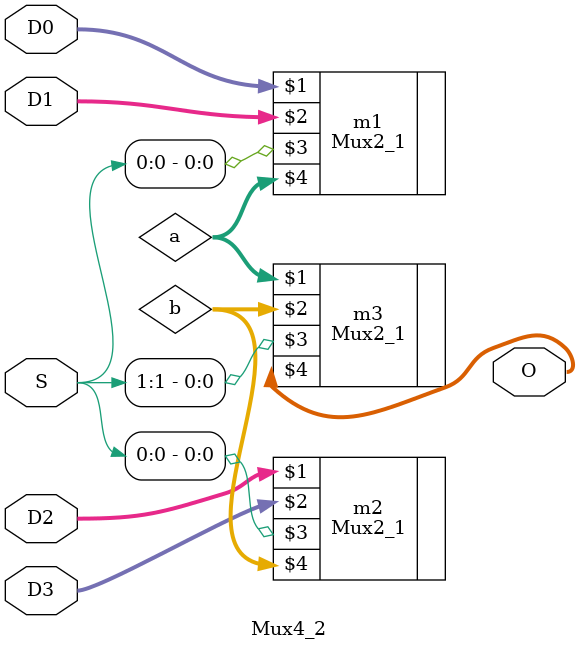
<source format=v>
`timescale 1ns / 1ps
module Mux4_2( D0 , D1 , D2 , D3 , S , O);
	input [15:0] D0;
	input [15:0] D1;
	input [15:0] D2;
	input [15:0] D3;
	input [1:0] S;
	output [15:0] O;
	
	wire [15:0] a , b;
	
	Mux2_1 m1( D0 , D1, S[0] , a );
	Mux2_1 m2( D2 , D3, S[0] , b );
	Mux2_1 m3( a , b, S[1] , O );
	
endmodule

</source>
